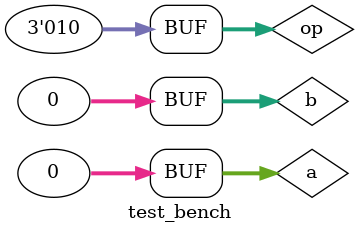
<source format=v>
module full_adder(s, cout, a, b, cin);
	input a, b, cin; // 1 bit inputs and carry-in
	output s, cout; // 1 bit output and carry-out
	wire [4:0] w; // internal wires

	// if either ONLY ONE or ALL 3 are set, s = 1
	xor #1 x1(w[0], a, b), x2(s, w[0], cin);
	// if any two are set,
	and #1 a1(w[1], a, b), a2(w[2], a, cin), a3(w[3], b, cin);
	// then cout=1
	or #1 o1(w[4], w[1], w[2]),
		o2(cout, w[4], w[3]);
	// only using two-input OR gates to really hammer on the delay
endmodule

// 2 to 1 multiplexer
module mux_2to1(y, a, b, s);
	input a, b, s; // input operands, selector
	output y; // output

	wire not_s, a_out, b_out; // negated selector, internal wiring

	not #1 not0(not_s, s); // create negated selector
	and	#1 and0(a_out, a, not_s), and1(b_out, b, s); // filter inputs using selector
	or #1 or0(y, a_out, b_out); // connect filtered inputs to output

endmodule

// adder-subtractor module
module add_sub(s, cout, a, b, cin, sub);
	input a, b, cin, sub; // operands, carry-in, subtract flag
	output s, cout; // sum, carry-out

	wire not_b, b_out; // negated b (for mux input), b output from mux

	not #1 not0(not_b, b); // create negated b
	mux_2to1 mux0(b_out, b, not_b, sub); // if sub flag is set, negate b (sub flag carry-in is done in main adder superstructure, not on individual adders)
	full_adder add0(s, cout, a, b_out, cin); // send everything to the adder
endmodule

// 4 to 1 multiplexer
module mux_4to1(y, a, b, c, d, s);
	input [1:0] s; // 2 bit selector
	input a, b, c, d; // 4 inputs
	output y; // selected output

	wire out_ab, out_cd; // internal wiring

	// you can't do this with a mux > 4:1 because you end up with striping
	mux_2to1 mux0(out_ab, a, b, s[0]), // one mux for a and b
		mux1(out_cd, c, d, s[0]), // one mux for c and d (selected by lo bit)
		mux2(y, out_ab, out_cd, s[1]); // one mux for ab and cd (selected by hi bit)
endmodule

// individual bit-slice alu
// not very useful on its own
module alu(out, cout, set, a, b, cin, op, less);
	input [2:0] op; // incoming opcode
	input a, b, cin, less; // incoming operands, carry-in
	output out, cout, set; // output value, carry-out, set (for SLT/adder output)

	wire and_out, or_out, add_out; // output from and, or
	assign set = add_out; // connect add_out to set output (because you CANNOT read from an output wire)

	and #1 and0(and_out, a, b); // AND, opcode 000
	or #1 or0(or_out, a, b); // OR, opcode 001
	add_sub add0(add_out, cout, a, b, cin, op[2]); // ADD/SUB, opcode 010/110 (sub flag goes to carry-in)
	mux_4to1 mux0(out, and_out, or_out, add_out, less, op[1:0]); // mux decides which result to return, s=11 is DNC so feed it ADD
endmodule


// combining the individual ALU units into something usable,
// namely a 32-bit ALU
module alu_32bit(out, cout, zf, of, a, b, op);
	input [31:0] a,b;
	input [2:0] op;

	output [31:0] out;
	output cout, zf, of;

	wire [31:0] c; // internal carry-wires
	wire [29:0] orw; // internal or wires
	wire set31, // set output from alu 31
		gnd, // this doesn't go anywhere
		less, // carries result of slt (not currently used)
		of_wire;

	alu alu0(out[0], c[0], gnd, a[0], b[0], op[2], op, less), // first alu gets subtract flag as carry-in
		alu1(out[1], c[1], gnd, a[1], b[1], c[0], op, 0),
		alu2(out[2], c[2], gnd, a[2], b[2], c[1], op, 0),
		alu3(out[3], c[3], gnd, a[3], b[3], c[2], op, 0),
		alu4(out[4], c[4], gnd, a[4], b[4], c[3], op, 0),
		alu5(out[5], c[5], gnd, a[5], b[5], c[4], op, 0),
		alu6(out[6], c[6], gnd, a[6], b[6], c[5], op, 0),
		alu7(out[7], c[7], gnd, a[7], b[7], c[6], op, 0),
		alu8(out[8], c[8], gnd, a[8], b[8], c[7], op, 0),
		alu9(out[9], c[9], gnd, a[9], b[9], c[8], op, 0),
		alu10(out[10], c[10], gnd, a[10], b[10], c[9], op, 0),
		alu11(out[11], c[11], gnd, a[11], b[11], c[10], op, 0),
		alu12(out[12], c[12], gnd, a[12], b[12], c[11], op, 0),
		alu13(out[13], c[13], gnd, a[13], b[13], c[12], op, 0),
		alu14(out[14], c[14], gnd, a[14], b[14], c[13], op, 0),
		alu15(out[15], c[15], gnd, a[15], b[15], c[14], op, 0),
		alu16(out[16], c[16], gnd, a[16], b[16], c[15], op, 0),
		alu17(out[17], c[17], gnd, a[17], b[17], c[16], op, 0),
		alu18(out[18], c[18], gnd, a[18], b[18], c[17], op, 0),
		alu19(out[19], c[19], gnd, a[19], b[19], c[18], op, 0),
		alu20(out[20], c[20], gnd, a[20], b[20], c[19], op, 0),
		alu21(out[21], c[21], gnd, a[21], b[21], c[20], op, 0),
		alu22(out[22], c[22], gnd, a[22], b[22], c[21], op, 0),
		alu23(out[23], c[23], gnd, a[23], b[23], c[22], op, 0),
		alu24(out[24], c[24], gnd, a[24], b[24], c[23], op, 0),
		alu25(out[25], c[25], gnd, a[25], b[25], c[24], op, 0),
		alu26(out[26], c[26], gnd, a[26], b[26], c[25], op, 0),
		alu27(out[27], c[27], gnd, a[27], b[27], c[26], op, 0),
		alu28(out[28], c[28], gnd, a[28], b[28], c[27], op, 0),
		alu29(out[29], c[29], gnd, a[29], b[29], c[28], op, 0),
		alu30(out[30], c[30], gnd, a[30], b[30], c[29], op, 0),
		alu31(out[31], c[31], set31, a[31], b[31], c[30], op, 0);

	// zero flag is OR all bits of output
	// ignoring that verilog has 32-input (N)OR gates, this was done with
	// 2-input OR gates to more accurately reflect real-world conditions,
	// because n-input or gates with the same delay as 2-input or gates only
	// exist in disneyland
	or #1 or0(orw[0], out[0], out[1]),
		or1(orw[1], out[2], out[3]), or16(orw[16], orw[0], orw[1]),
		or2(orw[2], out[4], out[5]),
		or3(orw[3], out[6], out[7]), or17(orw[17], orw[2], orw[3]), or24(orw[24], orw[16], orw[17]),
		or4(orw[4], out[8], out[9]),
		or5(orw[5], out[10], out[11]), or18(orw[18], orw[4], orw[5]),
		or6(orw[6], out[12], out[13]), 
		or7(orw[7], out[14], out[15]), or19(orw[19], orw[6], orw[7]), or25(orw[25], orw[18], orw[19]), or28(orw[28], orw[24], orw[25]),
		or8(orw[8], out[16], out[17]), or20(orw[20], orw[8], orw[9]), or26(orw[26], orw[20], orw[21]), or29(orw[29], orw[26], orw[27]),
		or9(orw[9], out[18], out[19]),
		or10(orw[10], out[20], out[21]), or21(orw[21], orw[10], orw[11]), 
		or11(orw[11], out[22], out[23]),
		or12(orw[12], out[24], out[25]), or22(orw[22], orw[12], orw[13]), or27(orw[27], orw[22], orw[23]),
		or13(orw[13], out[26], out[27]),
		or14(orw[14], out[28], out[29]), or23(orw[23], orw[14], orw[15]),
		or15(orw[15], out[30], out[31]);

	nor #1 nor0(zf, orw[28], orw[29]);

	// less than is overflow xor set[31], i.e. (addition flag bit) xor (MSB cout == MSB cin)
	xor #1 xor0(of_wire, c[30], c[31]),
		xor1(less, of_wire, set31);

	assign of = of_wire;
	assign cout = c[31];

endmodule

module test_bench;
	reg signed [31:0] a, b;
	reg [2:0] op;
	wire signed [31:0] out;
	wire cout, zf, of;

	alu_32bit alu0(out, cout, zf, of, a, b, op);


	// testing ops
	// 000 (0) -- OR
	// 001 (1) -- AND
	// 010 (2) -- ADD
	// 110 (6) -- SUB
	// 111 (7) -- SLT
	initial begin
		// uncomment this one for parseable output
		$monitor("%0d %0d %0d %0d %0d %0d %0d %0d", $time, out, cout, zf, of, a, b, op);

		// uncomment this one for human-readable output
		// $monitor("-- %0d -- op=%0d ------------------------------------\nA   %b (%0d)\nB   %b (%0d)\nOUT %b (%0d)\n    cout=%b zf=%b of=%b", $time, op, a, a, b, b, out, out, cout, zf, of);

		// uncomment this for zero-flag test outputs

		// $monitor("%b %b", out, zf);

		// dependence of ADD
		#1000 a=32'b00000000000000000000000000000000; b=32'b00000000000000000000000000000000; op=0;
		#1000 a=32'b00111111111111111111111111111111; b=32'b00111111111111111111111111111111; op=0;
		#1000 a=32'b00000000000000000000000000000000; b=32'b11111111111111111111111111111111; op=0;
		#1000 a=32'b00111111111111111111111111111111; b=32'b00111111111111111111111111111111; op=0;
		#1000 a=32'b10101010101010101010101010101010; b=32'b01010101010101010101010101010101; op=0;
		#1000 a=32'b00111111111111111111111111111111; b=32'b00111111111111111111111111111111; op=0;


		#1000 a=32'b00000000000000000000000000000001; b=32'b00000000000000000000000000000000; op=1;
		#1000 a=32'b00000000000000000000000000000000; b=32'b00000000000000000000000000000000; op=1;
		#1000 a=32'b00111111111111111111111111111111; b=32'b00111111111111111111111111111111; op=1;
		#1000 a=32'b00000000000000000000000000000000; b=32'b11111111111111111111111111111111; op=1;
		#1000 a=32'b00111111111111111111111111111111; b=32'b00111111111111111111111111111111; op=1;
		#1000 a=32'b10101010101010101010101010101010; b=32'b01010101010101010101010101010101; op=1;
		#1000 a=32'b00111111111111111111111111111111; b=32'b00111111111111111111111111111111; op=1;


		#1000 a=32'b00000000000000000000000000000000; b=32'b00000000000000000000000000000000; op=2;
		#1000 a=32'b00111111111111111111111111111111; b=32'b00111111111111111111111111111111; op=2;
		#1000 a=32'b00000000000000000000000000000000; b=32'b11111111111111111111111111111111; op=2;
		#1000 a=32'b00111111111111111111111111111111; b=32'b00111111111111111111111111111111; op=2;
		#1000 a=32'b10101010101010101010101010101010; b=32'b01010101010101010101010101010101; op=2;
		#1000 a=32'b00111111111111111111111111111111; b=32'b00111111111111111111111111111111; op=2;


		#1000 a=32'b00000000000000000000000000000000; b=32'b00000000000000000000000000000000; op=6;
		#1000 a=32'b00111111111111111111111111111111; b=32'b00111111111111111111111111111111; op=6;
		#1000 a=32'b00000000000000000000000000000000; b=32'b11111111111111111111111111111111; op=6;
		#1000 a=32'b00111111111111111111111111111111; b=32'b00111111111111111111111111111111; op=6;
		#1000 a=32'b10101010101010101010101010101010; b=32'b01010101010101010101010101010101; op=6;
		#1000 a=32'b00111111111111111111111111111111; b=32'b00111111111111111111111111111111; op=6;


		#1000 a=32'b00000000000000000000000000000000; b=32'b00000000000000000000000000000000; op=7;
		#1000 a=32'b00111111111111111111111111111111; b=32'b00111111111111111111111111111111; op=7;
		#1000 a=32'b00000000000000000000000000000000; b=32'b11111111111111111111111111111111; op=7;
		#1000 a=32'b00111111111111111111111111111111; b=32'b00111111111111111111111111111111; op=7;
		#1000 a=32'b10101010101010101010101010101010; b=32'b01010101010101010101010101010101; op=7;
		#1000 a=32'b00111111111111111111111111111111; b=32'b00111111111111111111111111111111; op=7;

		#1000 a=32'h00000000; b=32'h00000000; op=2; // clear state
		#10000;
	end

endmodule

</source>
